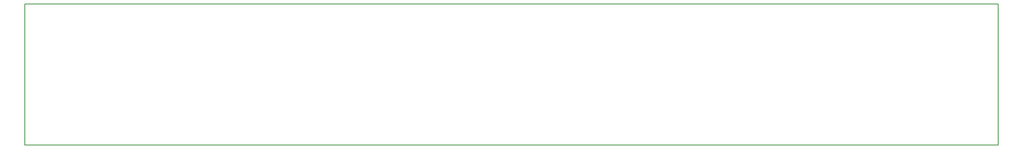
<source format=gbr>
%TF.GenerationSoftware,KiCad,Pcbnew,8.0.6*%
%TF.CreationDate,2024-11-03T18:22:47-03:00*%
%TF.ProjectId,regua-pcb-fritzenlab,72656775-612d-4706-9362-2d667269747a,rev?*%
%TF.SameCoordinates,Original*%
%TF.FileFunction,Profile,NP*%
%FSLAX46Y46*%
G04 Gerber Fmt 4.6, Leading zero omitted, Abs format (unit mm)*
G04 Created by KiCad (PCBNEW 8.0.6) date 2024-11-03 18:22:47*
%MOMM*%
%LPD*%
G01*
G04 APERTURE LIST*
%TA.AperFunction,Profile*%
%ADD10C,0.200000*%
%TD*%
G04 APERTURE END LIST*
D10*
X52000000Y-76500000D02*
X258000000Y-76500000D01*
X258000000Y-106500000D01*
X52000000Y-106500000D01*
X52000000Y-76500000D01*
M02*

</source>
